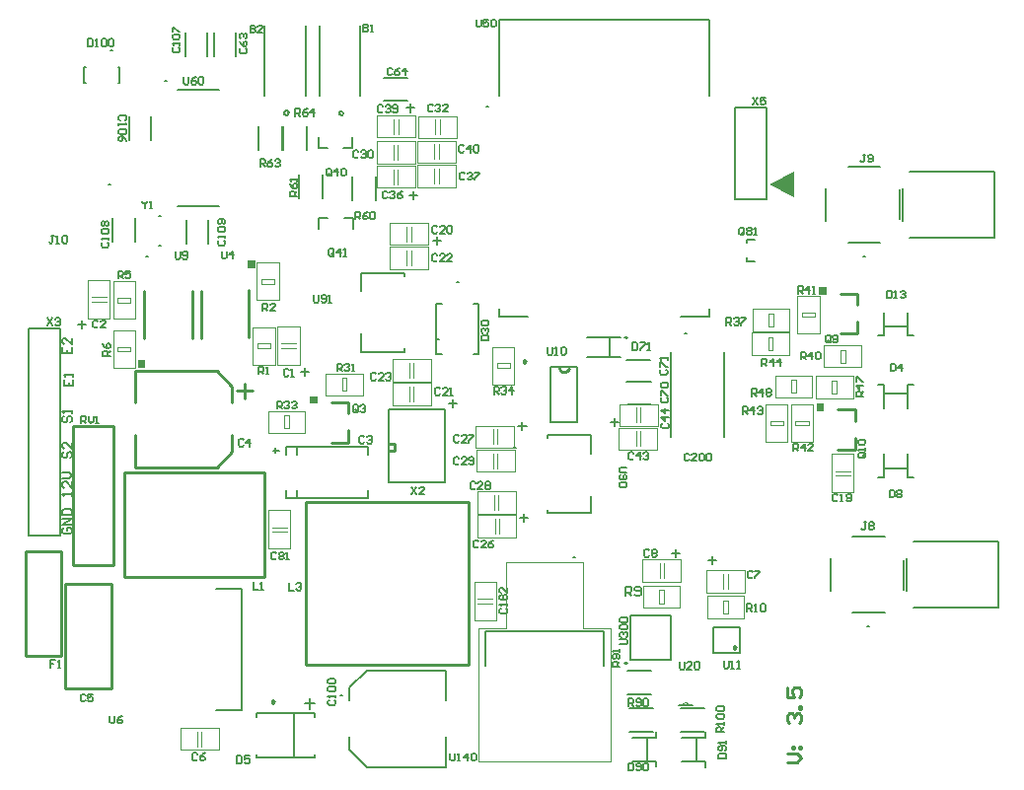
<source format=gto>
G04 Layer_Color=65535*
%FSLAX25Y25*%
%MOIN*%
G70*
G01*
G75*
%ADD101C,0.00787*%
%ADD102C,0.00984*%
%ADD103C,0.01000*%
%ADD104C,0.00000*%
%ADD105C,0.00600*%
%ADD106C,0.00500*%
%ADD107C,0.00394*%
%ADD108C,0.00591*%
%ADD109C,0.00197*%
%ADD110C,0.00598*%
%ADD111C,0.00606*%
G36*
X132224Y321093D02*
X129724D01*
Y323592D01*
X132224D01*
Y321093D01*
D02*
G37*
G36*
X190512Y308983D02*
X188012D01*
Y311484D01*
X190512D01*
Y308983D01*
D02*
G37*
G36*
X361653Y306545D02*
X359153D01*
Y309045D01*
X361653D01*
Y306545D01*
D02*
G37*
G36*
X351476Y378839D02*
X343209Y383169D01*
X351476Y387500D01*
Y378839D01*
D02*
G37*
G36*
X169449Y354754D02*
X166949D01*
Y357254D01*
X169449D01*
Y354754D01*
D02*
G37*
G36*
X362362Y345807D02*
X359862D01*
Y348307D01*
X362362D01*
Y345807D01*
D02*
G37*
D101*
X199016Y210335D02*
X198228D01*
X199016D01*
X199311Y407087D02*
X198767Y407835D01*
X197887Y407549D01*
Y406624D01*
X198767Y406338D01*
X199311Y407087D01*
X180709Y407283D02*
X180165Y408032D01*
X179284Y407746D01*
Y406821D01*
X180165Y406535D01*
X180709Y407283D01*
X238189Y350098D02*
X237402D01*
X238189D01*
X257370Y294153D02*
X256583D01*
X257370D01*
X315256Y332677D02*
X314469D01*
X315256D01*
X231488Y330748D02*
X230701D01*
X231488D01*
X248327Y409213D02*
X247539D01*
X248327D01*
X121266Y428245D02*
X120479D01*
X121266D01*
X277618Y257185D02*
X276831D01*
X277618D01*
X139665Y417933D02*
X138878D01*
X139665D01*
X133169Y358661D02*
X132382D01*
X133169D01*
X120630Y383051D02*
X119843D01*
X120630D01*
X331496Y408898D02*
X342323D01*
X331496Y377894D02*
Y408898D01*
X342323Y377894D02*
Y408898D01*
X331496Y377894D02*
X342323D01*
X92709Y334358D02*
X103535D01*
X92709Y264280D02*
Y334358D01*
X103535Y264280D02*
Y334358D01*
X92709Y264280D02*
X103535D01*
X156102Y205413D02*
X164961D01*
Y246358D01*
X156102D02*
X164961D01*
X214567Y282283D02*
Y307087D01*
X233465D01*
X214567Y282283D02*
X233465D01*
Y307087D01*
X324114Y224803D02*
X333071D01*
Y233268D01*
X324114D02*
X333071D01*
X324114Y224803D02*
Y233268D01*
X269291Y321378D02*
X278248D01*
Y302776D02*
Y321378D01*
X269291Y302776D02*
Y321378D01*
Y302776D02*
X278248D01*
X180020Y277067D02*
X207579D01*
X180020Y294390D02*
X207579D01*
Y277067D02*
Y279823D01*
Y291634D02*
Y294390D01*
X175394Y293209D02*
X177362D01*
X176279Y292224D02*
Y294193D01*
X183563Y277067D02*
Y279823D01*
Y291634D02*
Y294390D01*
X180020Y277067D02*
Y279823D01*
Y291634D02*
Y294390D01*
X169980Y204232D02*
X189665D01*
X169980Y189272D02*
X189665D01*
X169980D02*
Y190453D01*
Y203051D02*
Y204232D01*
X189665Y203051D02*
Y204232D01*
Y189272D02*
Y190453D01*
X182382Y189272D02*
Y204232D01*
X260265Y269151D02*
Y271850D01*
X261614Y270501D02*
X258915D01*
X259674Y299958D02*
Y302658D01*
X261024Y301308D02*
X258325D01*
X236052Y307832D02*
Y310531D01*
X237402Y309182D02*
X234702D01*
X230737Y362557D02*
Y365256D01*
X232087Y363906D02*
X229387D01*
X323987Y257423D02*
Y254724D01*
X322638Y256074D02*
X325337D01*
X311544Y257045D02*
Y259744D01*
X312894Y258395D02*
X310195D01*
X290916Y304175D02*
Y301476D01*
X289567Y302826D02*
X292266D01*
X184703Y319657D02*
X187402D01*
X186052Y318307D02*
Y321006D01*
X109407Y335601D02*
X112106D01*
X110757Y334252D02*
Y336951D01*
X222961Y378108D02*
Y380807D01*
X224311Y379457D02*
X221612D01*
X221780Y407537D02*
Y410236D01*
X223130Y408887D02*
X220431D01*
X187978Y205878D02*
Y209252D01*
X189665Y207565D02*
X186292D01*
D102*
X175886Y208268D02*
X175148Y208694D01*
Y207841D01*
X175886Y208268D01*
X331791Y226575D02*
X331053Y227001D01*
Y226149D01*
X331791Y226575D01*
X294882Y221358D02*
X294094D01*
X294882D01*
X260827Y323248D02*
X260089Y323674D01*
Y322822D01*
X260827Y323248D01*
D103*
X272079Y320895D02*
X272534Y320126D01*
X273309Y319681D01*
X274203Y319673D01*
X274985Y320107D01*
X275453Y320868D01*
X105217Y212697D02*
Y248130D01*
X120965Y212697D02*
Y248130D01*
X105217D02*
X120965D01*
X105217Y212697D02*
X120965D01*
X107776Y254232D02*
Y301476D01*
X121555Y254232D02*
Y301476D01*
X107776D02*
X121555D01*
X107776Y254232D02*
X121555D01*
X131890Y331102D02*
Y347102D01*
X148039Y331150D02*
Y347150D01*
X91929Y259055D02*
X103740D01*
X91929Y223622D02*
X103740D01*
X91929D02*
Y259055D01*
X103740Y223622D02*
Y259055D01*
X214764Y292913D02*
X216535D01*
Y295472D01*
X214665D02*
X216535D01*
X125295Y285728D02*
X172539D01*
X125295Y250295D02*
X172539D01*
Y285728D01*
X125295Y250295D02*
Y285728D01*
X186673Y275650D02*
X241673D01*
X186673Y220650D02*
X241673D01*
Y275650D01*
X186673Y220650D02*
Y275650D01*
X156398Y287402D02*
X161614Y292717D01*
Y298228D01*
X128937Y287402D02*
X156398D01*
X128937D02*
Y298228D01*
Y309252D02*
Y320079D01*
X156398D01*
X161614Y314764D01*
Y309252D02*
Y314764D01*
X151134Y331197D02*
Y347197D01*
X167283Y331244D02*
Y347244D01*
X195177Y309338D02*
X200886D01*
Y305598D02*
Y309338D01*
X195177Y295853D02*
X200886D01*
Y299889D01*
X367028Y346161D02*
X372736D01*
Y342421D02*
Y346161D01*
X367028Y332677D02*
X372736D01*
Y336713D01*
X366318Y306900D02*
X372027D01*
Y303159D02*
Y306900D01*
X366318Y293415D02*
X372027D01*
Y297451D01*
X349214Y187697D02*
X352363D01*
X353937Y189271D01*
X352363Y190845D01*
X349214D01*
X350788Y192420D02*
Y193207D01*
X351576D01*
Y192420D01*
X350788D01*
X353150D02*
Y193207D01*
X353937D01*
Y192420D01*
X353150D01*
X350001Y201078D02*
X349214Y201866D01*
Y203440D01*
X350001Y204227D01*
X350788D01*
X351576Y203440D01*
Y202653D01*
Y203440D01*
X352363Y204227D01*
X353150D01*
X353937Y203440D01*
Y201866D01*
X353150Y201078D01*
X353937Y205801D02*
X353150D01*
Y206588D01*
X353937D01*
Y205801D01*
X349214Y212886D02*
Y209737D01*
X351576D01*
X350788Y211311D01*
Y212098D01*
X351576Y212886D01*
X353150D01*
X353937Y212098D01*
Y210524D01*
X353150Y209737D01*
X165835Y310705D02*
Y315846D01*
X168405Y313276D02*
X163264D01*
D104*
X315964Y206991D02*
X315612Y207839D01*
X314764Y208190D01*
X313915Y207839D01*
X313564Y206991D01*
D105*
X375497Y358878D02*
X374897D01*
X375497D01*
X376914Y233720D02*
X376314D01*
X376914D01*
X387098Y371344D02*
Y381215D01*
X390466Y365051D02*
X419201D01*
Y387508D01*
X390466D02*
X419201D01*
X362295Y370846D02*
Y381714D01*
X369763Y363378D02*
X380631D01*
X388098Y370846D02*
Y381714D01*
X369763Y389181D02*
X380631D01*
X315964Y206991D02*
X317164D01*
X313564D02*
X315964D01*
X312364D02*
X313564D01*
X388516Y246187D02*
Y256057D01*
X391883Y239894D02*
X420618D01*
Y262350D01*
X391883D02*
X420618D01*
X363713Y245688D02*
Y256556D01*
X371180Y238221D02*
X382048D01*
X389516Y245688D02*
Y256556D01*
X371180Y264024D02*
X382048D01*
X335589Y363317D02*
Y364458D01*
X338131D01*
X335589Y357195D02*
Y358238D01*
Y357195D02*
X338131D01*
X252415Y239714D02*
X251998Y239297D01*
Y238464D01*
X252415Y238048D01*
X254081D01*
X254498Y238464D01*
Y239297D01*
X254081Y239714D01*
X254498Y240547D02*
Y241380D01*
Y240963D01*
X251998D01*
X252415Y240547D01*
Y242630D02*
X251998Y243046D01*
Y243879D01*
X252415Y244296D01*
X252832D01*
X253248Y243879D01*
X253665Y244296D01*
X254081D01*
X254498Y243879D01*
Y243046D01*
X254081Y242630D01*
X253665D01*
X253248Y243046D01*
X252832Y242630D01*
X252415D01*
X253248Y243046D02*
Y243879D01*
X254498Y246795D02*
Y245129D01*
X252832Y246795D01*
X252415D01*
X251998Y246378D01*
Y245545D01*
X252415Y245129D01*
X176605Y258313D02*
X176188Y258730D01*
X175355D01*
X174939Y258313D01*
Y256647D01*
X175355Y256231D01*
X176188D01*
X176605Y256647D01*
X177438Y258313D02*
X177854Y258730D01*
X178687D01*
X179104Y258313D01*
Y257897D01*
X178687Y257480D01*
X179104Y257064D01*
Y256647D01*
X178687Y256231D01*
X177854D01*
X177438Y256647D01*
Y257064D01*
X177854Y257480D01*
X177438Y257897D01*
Y258313D01*
X177854Y257480D02*
X178687D01*
X179937Y256231D02*
X180770D01*
X180353D01*
Y258730D01*
X179937Y258313D01*
X375583Y393050D02*
X374750D01*
X375167D01*
Y390968D01*
X374750Y390551D01*
X374334D01*
X373917Y390968D01*
X376416D02*
X376833Y390551D01*
X377666D01*
X378083Y390968D01*
Y392634D01*
X377666Y393050D01*
X376833D01*
X376416Y392634D01*
Y392217D01*
X376833Y391801D01*
X378083D01*
X375879Y268936D02*
X375046D01*
X375462D01*
Y266853D01*
X375046Y266437D01*
X374629D01*
X374213Y266853D01*
X376712Y268520D02*
X377128Y268936D01*
X377961D01*
X378378Y268520D01*
Y268103D01*
X377961Y267687D01*
X378378Y267270D01*
Y266853D01*
X377961Y266437D01*
X377128D01*
X376712Y266853D01*
Y267270D01*
X377128Y267687D01*
X376712Y268103D01*
Y268520D01*
X377128Y267687D02*
X377961D01*
X306677Y320465D02*
X306261Y320049D01*
Y319216D01*
X306677Y318799D01*
X308343D01*
X308760Y319216D01*
Y320049D01*
X308343Y320465D01*
X306261Y321298D02*
Y322965D01*
X306677D01*
X308343Y321298D01*
X308760D01*
Y323798D02*
Y324631D01*
Y324214D01*
X306261D01*
X306677Y323798D01*
X306874Y311017D02*
X306457Y310600D01*
Y309767D01*
X306874Y309350D01*
X308540D01*
X308957Y309767D01*
Y310600D01*
X308540Y311017D01*
X306457Y311850D02*
Y313516D01*
X306874D01*
X308540Y311850D01*
X308957D01*
X306874Y314349D02*
X306457Y314765D01*
Y315598D01*
X306874Y316015D01*
X308540D01*
X308957Y315598D01*
Y314765D01*
X308540Y314349D01*
X306874D01*
X167815Y436750D02*
Y434350D01*
X169015D01*
X169414Y434750D01*
Y435150D01*
X169015Y435550D01*
X167815D01*
X169015D01*
X169414Y435950D01*
Y436350D01*
X169015Y436750D01*
X167815D01*
X171814Y434350D02*
X170214D01*
X171814Y435950D01*
Y436350D01*
X171414Y436750D01*
X170614D01*
X170214Y436350D01*
X206004Y437143D02*
Y434744D01*
X207204D01*
X207603Y435144D01*
Y435544D01*
X207204Y435944D01*
X206004D01*
X207204D01*
X207603Y436344D01*
Y436743D01*
X207204Y437143D01*
X206004D01*
X208403Y434744D02*
X209203D01*
X208803D01*
Y437143D01*
X208403Y436743D01*
X245828Y330315D02*
X248327D01*
Y331565D01*
X247910Y331981D01*
X246244D01*
X245828Y331565D01*
Y330315D01*
X246244Y332814D02*
X245828Y333231D01*
Y334064D01*
X246244Y334480D01*
X246661D01*
X247077Y334064D01*
Y333647D01*
Y334064D01*
X247494Y334480D01*
X247910D01*
X248327Y334064D01*
Y333231D01*
X247910Y332814D01*
X246244Y335313D02*
X245828Y335730D01*
Y336563D01*
X246244Y336980D01*
X247910D01*
X248327Y336563D01*
Y335730D01*
X247910Y335313D01*
X246244D01*
X325946Y189075D02*
X328445D01*
Y190324D01*
X328028Y190741D01*
X326362D01*
X325946Y190324D01*
Y189075D01*
X328028Y191574D02*
X328445Y191990D01*
Y192824D01*
X328028Y193240D01*
X326362D01*
X325946Y192824D01*
Y191990D01*
X326362Y191574D01*
X326779D01*
X327195Y191990D01*
Y193240D01*
X328445Y194073D02*
Y194906D01*
Y194490D01*
X325946D01*
X326362Y194073D01*
X295571Y187539D02*
Y185039D01*
X296820D01*
X297237Y185456D01*
Y187122D01*
X296820Y187539D01*
X295571D01*
X298070Y185456D02*
X298487Y185039D01*
X299320D01*
X299736Y185456D01*
Y187122D01*
X299320Y187539D01*
X298487D01*
X298070Y187122D01*
Y186706D01*
X298487Y186289D01*
X299736D01*
X300569Y187122D02*
X300986Y187539D01*
X301819D01*
X302235Y187122D01*
Y185456D01*
X301819Y185039D01*
X300986D01*
X300569Y185456D01*
Y187122D01*
X235335Y190787D02*
Y188704D01*
X235751Y188287D01*
X236584D01*
X237001Y188704D01*
Y190787D01*
X237834Y188287D02*
X238667D01*
X238250D01*
Y190787D01*
X237834Y190370D01*
X241166Y188287D02*
Y190787D01*
X239916Y189537D01*
X241583D01*
X242416Y190370D02*
X242832Y190787D01*
X243665D01*
X244082Y190370D01*
Y188704D01*
X243665Y188287D01*
X242832D01*
X242416Y188704D01*
Y190370D01*
X189272Y345708D02*
Y343625D01*
X189688Y343209D01*
X190521D01*
X190938Y343625D01*
Y345708D01*
X191771Y343625D02*
X192187Y343209D01*
X193020D01*
X193437Y343625D01*
Y345291D01*
X193020Y345708D01*
X192187D01*
X191771Y345291D01*
Y344875D01*
X192187Y344458D01*
X193437D01*
X194270Y343209D02*
X195103D01*
X194687D01*
Y345708D01*
X194270Y345291D01*
X295019Y287402D02*
X292936D01*
X292520Y286985D01*
Y286152D01*
X292936Y285735D01*
X295019D01*
X292936Y284902D02*
X292520Y284486D01*
Y283653D01*
X292936Y283236D01*
X294602D01*
X295019Y283653D01*
Y284486D01*
X294602Y284902D01*
X294186D01*
X293769Y284486D01*
Y283236D01*
X294602Y282403D02*
X295019Y281987D01*
Y281154D01*
X294602Y280737D01*
X292936D01*
X292520Y281154D01*
Y281987D01*
X292936Y282403D01*
X294602D01*
X145276Y419330D02*
Y417247D01*
X145692Y416831D01*
X146525D01*
X146942Y417247D01*
Y419330D01*
X149441D02*
X148608Y418913D01*
X147775Y418080D01*
Y417247D01*
X148191Y416831D01*
X149024D01*
X149441Y417247D01*
Y417664D01*
X149024Y418080D01*
X147775D01*
X150274Y418913D02*
X150690Y419330D01*
X151524D01*
X151940Y418913D01*
Y417247D01*
X151524Y416831D01*
X150690D01*
X150274Y417247D01*
Y418913D01*
X244094Y438720D02*
Y436637D01*
X244511Y436221D01*
X245344D01*
X245761Y436637D01*
Y438720D01*
X248260D02*
X246594D01*
Y437470D01*
X247427Y437887D01*
X247843D01*
X248260Y437470D01*
Y436637D01*
X247843Y436221D01*
X247010D01*
X246594Y436637D01*
X249093Y438303D02*
X249509Y438720D01*
X250342D01*
X250759Y438303D01*
Y436637D01*
X250342Y436221D01*
X249509D01*
X249093Y436637D01*
Y438303D01*
X312795Y221692D02*
Y219609D01*
X313212Y219193D01*
X314045D01*
X314461Y219609D01*
Y221692D01*
X316961Y219193D02*
X315295D01*
X316961Y220859D01*
Y221276D01*
X316544Y221692D01*
X315711D01*
X315295Y221276D01*
X317794D02*
X318210Y221692D01*
X319043D01*
X319460Y221276D01*
Y219609D01*
X319043Y219193D01*
X318210D01*
X317794Y219609D01*
Y221276D01*
X182972Y406201D02*
Y408700D01*
X184222D01*
X184639Y408283D01*
Y407450D01*
X184222Y407034D01*
X182972D01*
X183806D02*
X184639Y406201D01*
X187138Y408700D02*
X186305Y408283D01*
X185472Y407450D01*
Y406617D01*
X185888Y406201D01*
X186721D01*
X187138Y406617D01*
Y407034D01*
X186721Y407450D01*
X185472D01*
X189220Y406201D02*
Y408700D01*
X187971Y407450D01*
X189637D01*
X171063Y389075D02*
Y391574D01*
X172313D01*
X172729Y391158D01*
Y390324D01*
X172313Y389908D01*
X171063D01*
X171896D02*
X172729Y389075D01*
X175228Y391574D02*
X174395Y391158D01*
X173562Y390324D01*
Y389491D01*
X173979Y389075D01*
X174812D01*
X175228Y389491D01*
Y389908D01*
X174812Y390324D01*
X173562D01*
X176061Y391158D02*
X176478Y391574D01*
X177311D01*
X177727Y391158D01*
Y390741D01*
X177311Y390324D01*
X176894D01*
X177311D01*
X177727Y389908D01*
Y389491D01*
X177311Y389075D01*
X176478D01*
X176061Y389491D01*
X183563Y379134D02*
X181064D01*
Y380383D01*
X181480Y380800D01*
X182313D01*
X182730Y380383D01*
Y379134D01*
Y379967D02*
X183563Y380800D01*
X181064Y383299D02*
X181480Y382466D01*
X182313Y381633D01*
X183147D01*
X183563Y382050D01*
Y382883D01*
X183147Y383299D01*
X182730D01*
X182313Y382883D01*
Y381633D01*
X183563Y384132D02*
Y384965D01*
Y384549D01*
X181064D01*
X181480Y384132D01*
X203248Y371260D02*
Y373759D01*
X204498D01*
X204914Y373342D01*
Y372509D01*
X204498Y372093D01*
X203248D01*
X204081D02*
X204914Y371260D01*
X207413Y373759D02*
X206580Y373342D01*
X205747Y372509D01*
Y371676D01*
X206164Y371260D01*
X206997D01*
X207413Y371676D01*
Y372093D01*
X206997Y372509D01*
X205747D01*
X208246Y373342D02*
X208663Y373759D01*
X209496D01*
X209912Y373342D01*
Y371676D01*
X209496Y371260D01*
X208663D01*
X208246Y371676D01*
Y373342D01*
X195958Y359275D02*
Y360941D01*
X195541Y361357D01*
X194708D01*
X194291Y360941D01*
Y359275D01*
X194708Y358858D01*
X195541D01*
X195124Y359691D02*
X195958Y358858D01*
X195541D02*
X195958Y359275D01*
X198040Y358858D02*
Y361357D01*
X196791Y360108D01*
X198457D01*
X199290Y358858D02*
X200123D01*
X199706D01*
Y361357D01*
X199290Y360941D01*
X195072Y386440D02*
Y388106D01*
X194655Y388523D01*
X193822D01*
X193405Y388106D01*
Y386440D01*
X193822Y386024D01*
X194655D01*
X194239Y386857D02*
X195072Y386024D01*
X194655D02*
X195072Y386440D01*
X197154Y386024D02*
Y388523D01*
X195905Y387273D01*
X197571D01*
X198404Y388106D02*
X198820Y388523D01*
X199653D01*
X200070Y388106D01*
Y386440D01*
X199653Y386024D01*
X198820D01*
X198404Y386440D01*
Y388106D01*
X112932Y432221D02*
Y429721D01*
X114181D01*
X114598Y430138D01*
Y431804D01*
X114181Y432221D01*
X112932D01*
X115431Y429721D02*
X116264D01*
X115847D01*
Y432221D01*
X115431Y431804D01*
X117514D02*
X117930Y432221D01*
X118763D01*
X119180Y431804D01*
Y430138D01*
X118763Y429721D01*
X117930D01*
X117514Y430138D01*
Y431804D01*
X120013D02*
X120429Y432221D01*
X121262D01*
X121679Y431804D01*
Y430138D01*
X121262Y429721D01*
X120429D01*
X120013Y430138D01*
Y431804D01*
X296949Y329566D02*
Y327067D01*
X298198D01*
X298615Y327484D01*
Y329150D01*
X298198Y329566D01*
X296949D01*
X299448D02*
X301114D01*
Y329150D01*
X299448Y327484D01*
Y327067D01*
X301947D02*
X302780D01*
X302364D01*
Y329566D01*
X301947Y329150D01*
X316036Y291748D02*
X315620Y292164D01*
X314787D01*
X314370Y291748D01*
Y290082D01*
X314787Y289665D01*
X315620D01*
X316036Y290082D01*
X318535Y289665D02*
X316869D01*
X318535Y291332D01*
Y291748D01*
X318119Y292164D01*
X317286D01*
X316869Y291748D01*
X319369D02*
X319785Y292164D01*
X320618D01*
X321035Y291748D01*
Y290082D01*
X320618Y289665D01*
X319785D01*
X319369Y290082D01*
Y291748D01*
X321868D02*
X322284Y292164D01*
X323117D01*
X323534Y291748D01*
Y290082D01*
X323117Y289665D01*
X322284D01*
X321868Y290082D01*
Y291748D01*
X157268Y364166D02*
X156851Y363750D01*
Y362916D01*
X157268Y362500D01*
X158934D01*
X159350Y362916D01*
Y363750D01*
X158934Y364166D01*
X159350Y364999D02*
Y365832D01*
Y365416D01*
X156851D01*
X157268Y364999D01*
Y367082D02*
X156851Y367498D01*
Y368331D01*
X157268Y368748D01*
X158934D01*
X159350Y368331D01*
Y367498D01*
X158934Y367082D01*
X157268D01*
X158934Y369581D02*
X159350Y369998D01*
Y370831D01*
X158934Y371247D01*
X157268D01*
X156851Y370831D01*
Y369998D01*
X157268Y369581D01*
X157684D01*
X158101Y369998D01*
Y371247D01*
X117799Y363477D02*
X117383Y363061D01*
Y362228D01*
X117799Y361811D01*
X119465D01*
X119882Y362228D01*
Y363061D01*
X119465Y363477D01*
X119882Y364310D02*
Y365143D01*
Y364727D01*
X117383D01*
X117799Y364310D01*
Y366393D02*
X117383Y366809D01*
Y367642D01*
X117799Y368059D01*
X119465D01*
X119882Y367642D01*
Y366809D01*
X119465Y366393D01*
X117799D01*
Y368892D02*
X117383Y369309D01*
Y370142D01*
X117799Y370558D01*
X118216D01*
X118632Y370142D01*
X119049Y370558D01*
X119465D01*
X119882Y370142D01*
Y369309D01*
X119465Y368892D01*
X119049D01*
X118632Y369309D01*
X118216Y368892D01*
X117799D01*
X118632Y369309D02*
Y370142D01*
X141898Y429355D02*
X141498Y428956D01*
Y428156D01*
X141898Y427756D01*
X143498D01*
X143898Y428156D01*
Y428956D01*
X143498Y429355D01*
X143898Y430155D02*
Y430955D01*
Y430555D01*
X141498D01*
X141898Y430155D01*
Y432155D02*
X141498Y432554D01*
Y433354D01*
X141898Y433754D01*
X143498D01*
X143898Y433354D01*
Y432554D01*
X143498Y432155D01*
X141898D01*
X141498Y434554D02*
Y436153D01*
X141898D01*
X143498Y434554D01*
X143898D01*
X125409Y404633D02*
X125826Y405050D01*
Y405883D01*
X125409Y406299D01*
X123743D01*
X123327Y405883D01*
Y405050D01*
X123743Y404633D01*
X123327Y403800D02*
Y402967D01*
Y403383D01*
X125826D01*
X125409Y403800D01*
Y401717D02*
X125826Y401301D01*
Y400468D01*
X125409Y400051D01*
X123743D01*
X123327Y400468D01*
Y401301D01*
X123743Y401717D01*
X125409D01*
X125826Y397552D02*
X125409Y398385D01*
X124576Y399218D01*
X123743D01*
X123327Y398802D01*
Y397969D01*
X123743Y397552D01*
X124160D01*
X124576Y397969D01*
Y399218D01*
X194374Y208851D02*
X193957Y208435D01*
Y207602D01*
X194374Y207185D01*
X196040D01*
X196457Y207602D01*
Y208435D01*
X196040Y208851D01*
X196457Y209684D02*
Y210517D01*
Y210101D01*
X193957D01*
X194374Y209684D01*
Y211767D02*
X193957Y212183D01*
Y213017D01*
X194374Y213433D01*
X196040D01*
X196457Y213017D01*
Y212183D01*
X196040Y211767D01*
X194374D01*
Y214266D02*
X193957Y214683D01*
Y215516D01*
X194374Y215932D01*
X196040D01*
X196457Y215516D01*
Y214683D01*
X196040Y214266D01*
X194374D01*
X215741Y422063D02*
X215324Y422479D01*
X214491D01*
X214075Y422063D01*
Y420397D01*
X214491Y419980D01*
X215324D01*
X215741Y420397D01*
X218240Y422479D02*
X217407Y422063D01*
X216574Y421230D01*
Y420397D01*
X216990Y419980D01*
X217824D01*
X218240Y420397D01*
Y420813D01*
X217824Y421230D01*
X216574D01*
X220323Y419980D02*
Y422479D01*
X219073Y421230D01*
X220739D01*
X164551Y429028D02*
X164135Y428612D01*
Y427779D01*
X164551Y427362D01*
X166217D01*
X166634Y427779D01*
Y428612D01*
X166217Y429028D01*
X164135Y431528D02*
X164551Y430694D01*
X165384Y429861D01*
X166217D01*
X166634Y430278D01*
Y431111D01*
X166217Y431528D01*
X165801D01*
X165384Y431111D01*
Y429861D01*
X164551Y432361D02*
X164135Y432777D01*
Y433610D01*
X164551Y434027D01*
X164968D01*
X165384Y433610D01*
Y433194D01*
Y433610D01*
X165801Y434027D01*
X166217D01*
X166634Y433610D01*
Y432777D01*
X166217Y432361D01*
X99311Y337932D02*
X100977Y335433D01*
Y337932D02*
X99311Y335433D01*
X101810Y337516D02*
X102227Y337932D01*
X103060D01*
X103476Y337516D01*
Y337099D01*
X103060Y336683D01*
X102643D01*
X103060D01*
X103476Y336266D01*
Y335850D01*
X103060Y335433D01*
X102227D01*
X101810Y335850D01*
X222342Y280747D02*
X224009Y278248D01*
Y280747D02*
X222342Y278248D01*
X226508D02*
X224842D01*
X226508Y279914D01*
Y280331D01*
X226091Y280747D01*
X225258D01*
X224842Y280331D01*
X328642Y335531D02*
Y338031D01*
X329891D01*
X330308Y337614D01*
Y336781D01*
X329891Y336365D01*
X328642D01*
X329475D02*
X330308Y335531D01*
X331141Y337614D02*
X331557Y338031D01*
X332390D01*
X332807Y337614D01*
Y337198D01*
X332390Y336781D01*
X331974D01*
X332390D01*
X332807Y336365D01*
Y335948D01*
X332390Y335531D01*
X331557D01*
X331141Y335948D01*
X333640Y338031D02*
X335306D01*
Y337614D01*
X333640Y335948D01*
Y335531D01*
X340650Y321654D02*
Y324153D01*
X341899D01*
X342316Y323736D01*
Y322903D01*
X341899Y322487D01*
X340650D01*
X341483D02*
X342316Y321654D01*
X344398D02*
Y324153D01*
X343149Y322903D01*
X344815D01*
X346898Y321654D02*
Y324153D01*
X345648Y322903D01*
X347314D01*
X230997Y368618D02*
X230580Y369035D01*
X229747D01*
X229331Y368618D01*
Y366952D01*
X229747Y366535D01*
X230580D01*
X230997Y366952D01*
X233496Y366535D02*
X231830D01*
X233496Y368202D01*
Y368618D01*
X233080Y369035D01*
X232246D01*
X231830Y368618D01*
X234329D02*
X234746Y369035D01*
X235579D01*
X235995Y368618D01*
Y366952D01*
X235579Y366535D01*
X234746D01*
X234329Y366952D01*
Y368618D01*
X231883Y313950D02*
X231466Y314367D01*
X230633D01*
X230217Y313950D01*
Y312284D01*
X230633Y311868D01*
X231466D01*
X231883Y312284D01*
X234382Y311868D02*
X232716D01*
X234382Y313534D01*
Y313950D01*
X233965Y314367D01*
X233132D01*
X232716Y313950D01*
X235215Y311868D02*
X236048D01*
X235631D01*
Y314367D01*
X235215Y313950D01*
X244875Y262417D02*
X244458Y262834D01*
X243625D01*
X243209Y262417D01*
Y260751D01*
X243625Y260335D01*
X244458D01*
X244875Y260751D01*
X247374Y260335D02*
X245708D01*
X247374Y262001D01*
Y262417D01*
X246957Y262834D01*
X246124D01*
X245708Y262417D01*
X249873Y262834D02*
X249040Y262417D01*
X248207Y261584D01*
Y260751D01*
X248624Y260335D01*
X249457D01*
X249873Y260751D01*
Y261168D01*
X249457Y261584D01*
X248207D01*
X238280Y297949D02*
X237864Y298365D01*
X237031D01*
X236614Y297949D01*
Y296283D01*
X237031Y295866D01*
X237864D01*
X238280Y296283D01*
X240779Y295866D02*
X239113D01*
X240779Y297532D01*
Y297949D01*
X240363Y298365D01*
X239530D01*
X239113Y297949D01*
X241613Y298365D02*
X243279D01*
Y297949D01*
X241613Y296283D01*
Y295866D01*
X230997Y359169D02*
X230580Y359586D01*
X229747D01*
X229331Y359169D01*
Y357503D01*
X229747Y357087D01*
X230580D01*
X230997Y357503D01*
X233496Y357087D02*
X231830D01*
X233496Y358753D01*
Y359169D01*
X233080Y359586D01*
X232246D01*
X231830Y359169D01*
X235995Y357087D02*
X234329D01*
X235995Y358753D01*
Y359169D01*
X235579Y359586D01*
X234746D01*
X234329Y359169D01*
X210229Y318913D02*
X209813Y319330D01*
X208980D01*
X208563Y318913D01*
Y317247D01*
X208980Y316831D01*
X209813D01*
X210229Y317247D01*
X212728Y316831D02*
X211062D01*
X212728Y318497D01*
Y318913D01*
X212312Y319330D01*
X211479D01*
X211062Y318913D01*
X213561D02*
X213978Y319330D01*
X214811D01*
X215228Y318913D01*
Y318497D01*
X214811Y318080D01*
X214394D01*
X214811D01*
X215228Y317664D01*
Y317247D01*
X214811Y316831D01*
X213978D01*
X213561Y317247D01*
X238280Y290469D02*
X237864Y290885D01*
X237031D01*
X236614Y290469D01*
Y288802D01*
X237031Y288386D01*
X237864D01*
X238280Y288802D01*
X240779Y288386D02*
X239113D01*
X240779Y290052D01*
Y290469D01*
X240363Y290885D01*
X239530D01*
X239113Y290469D01*
X241613Y288802D02*
X242029Y288386D01*
X242862D01*
X243279Y288802D01*
Y290469D01*
X242862Y290885D01*
X242029D01*
X241613Y290469D01*
Y290052D01*
X242029Y289635D01*
X243279D01*
X243792Y282201D02*
X243376Y282617D01*
X242543D01*
X242126Y282201D01*
Y280535D01*
X242543Y280118D01*
X243376D01*
X243792Y280535D01*
X246291Y280118D02*
X244625D01*
X246291Y281784D01*
Y282201D01*
X245875Y282617D01*
X245042D01*
X244625Y282201D01*
X247124D02*
X247541Y282617D01*
X248374D01*
X248791Y282201D01*
Y281784D01*
X248374Y281368D01*
X248791Y280951D01*
Y280535D01*
X248374Y280118D01*
X247541D01*
X247124Y280535D01*
Y280951D01*
X247541Y281368D01*
X247124Y281784D01*
Y282201D01*
X247541Y281368D02*
X248374D01*
X101863Y222283D02*
X100197D01*
Y221033D01*
X101030D01*
X100197D01*
Y219783D01*
X102696D02*
X103529D01*
X103113D01*
Y222283D01*
X102696Y221866D01*
X168701Y248562D02*
Y246063D01*
X170367D01*
X171200D02*
X172033D01*
X171616D01*
Y248562D01*
X171200Y248146D01*
X337598Y412440D02*
X339265Y409941D01*
Y412440D02*
X337598Y409941D01*
X341764Y412440D02*
X340098D01*
Y411191D01*
X340931Y411607D01*
X341347D01*
X341764Y411191D01*
Y410358D01*
X341347Y409941D01*
X340514D01*
X340098Y410358D01*
X327756Y221987D02*
Y219905D01*
X328172Y219488D01*
X329006D01*
X329422Y219905D01*
Y221987D01*
X330255Y219488D02*
X331088D01*
X330672D01*
Y221987D01*
X330255Y221571D01*
X332338Y219488D02*
X333171D01*
X332754D01*
Y221987D01*
X332338Y221571D01*
X292678Y227559D02*
X294761D01*
X295177Y227976D01*
Y228809D01*
X294761Y229225D01*
X292678D01*
X293094Y230058D02*
X292678Y230475D01*
Y231308D01*
X293094Y231724D01*
X293511D01*
X293928Y231308D01*
Y230891D01*
Y231308D01*
X294344Y231724D01*
X294761D01*
X295177Y231308D01*
Y230475D01*
X294761Y230058D01*
X293094Y232557D02*
X292678Y232974D01*
Y233807D01*
X293094Y234224D01*
X294761D01*
X295177Y233807D01*
Y232974D01*
X294761Y232557D01*
X293094D01*
Y235057D02*
X292678Y235473D01*
Y236306D01*
X293094Y236723D01*
X294761D01*
X295177Y236306D01*
Y235473D01*
X294761Y235057D01*
X293094D01*
X335531Y238779D02*
Y241279D01*
X336781D01*
X337198Y240862D01*
Y240029D01*
X336781Y239613D01*
X335531D01*
X336365D02*
X337198Y238779D01*
X338031D02*
X338864D01*
X338447D01*
Y241279D01*
X338031Y240862D01*
X340113D02*
X340530Y241279D01*
X341363D01*
X341779Y240862D01*
Y239196D01*
X341363Y238779D01*
X340530D01*
X340113Y239196D01*
Y240862D01*
X302552Y259268D02*
X302135Y259684D01*
X301302D01*
X300886Y259268D01*
Y257602D01*
X301302Y257185D01*
X302135D01*
X302552Y257602D01*
X303385Y259268D02*
X303801Y259684D01*
X304635D01*
X305051Y259268D01*
Y258851D01*
X304635Y258435D01*
X305051Y258018D01*
Y257602D01*
X304635Y257185D01*
X303801D01*
X303385Y257602D01*
Y258018D01*
X303801Y258435D01*
X303385Y258851D01*
Y259268D01*
X303801Y258435D02*
X304635D01*
X337493Y252083D02*
X337076Y252499D01*
X336243D01*
X335827Y252083D01*
Y250416D01*
X336243Y250000D01*
X337076D01*
X337493Y250416D01*
X338326Y252499D02*
X339992D01*
Y252083D01*
X338326Y250416D01*
Y250000D01*
X120309Y203385D02*
Y201303D01*
X120726Y200886D01*
X121559D01*
X121975Y201303D01*
Y203385D01*
X124475D02*
X123642Y202969D01*
X122808Y202136D01*
Y201303D01*
X123225Y200886D01*
X124058D01*
X124475Y201303D01*
Y201719D01*
X124058Y202136D01*
X122808D01*
X180807Y248365D02*
Y245866D01*
X182473D01*
X183306Y247949D02*
X183723Y248365D01*
X184556D01*
X184972Y247949D01*
Y247532D01*
X184556Y247116D01*
X184139D01*
X184556D01*
X184972Y246699D01*
Y246283D01*
X184556Y245866D01*
X183723D01*
X183306Y246283D01*
X250098Y312205D02*
Y314704D01*
X251348D01*
X251765Y314287D01*
Y313454D01*
X251348Y313038D01*
X250098D01*
X250932D02*
X251765Y312205D01*
X252598Y314287D02*
X253014Y314704D01*
X253847D01*
X254264Y314287D01*
Y313871D01*
X253847Y313454D01*
X253431D01*
X253847D01*
X254264Y313038D01*
Y312621D01*
X253847Y312205D01*
X253014D01*
X252598Y312621D01*
X256346Y312205D02*
Y314704D01*
X255097Y313454D01*
X256763D01*
X297335Y292142D02*
X296919Y292558D01*
X296086D01*
X295669Y292142D01*
Y290476D01*
X296086Y290059D01*
X296919D01*
X297335Y290476D01*
X299418Y290059D02*
Y292558D01*
X298168Y291309D01*
X299835D01*
X300668Y292142D02*
X301084Y292558D01*
X301917D01*
X302334Y292142D01*
Y291725D01*
X301917Y291309D01*
X301501D01*
X301917D01*
X302334Y290892D01*
Y290476D01*
X301917Y290059D01*
X301084D01*
X300668Y290476D01*
X307071Y302257D02*
X306654Y301840D01*
Y301007D01*
X307071Y300590D01*
X308737D01*
X309154Y301007D01*
Y301840D01*
X308737Y302257D01*
X309154Y304339D02*
X306654D01*
X307904Y303090D01*
Y304756D01*
X309154Y306838D02*
X306654D01*
X307904Y305589D01*
Y307255D01*
X268110Y327991D02*
Y325909D01*
X268527Y325492D01*
X269360D01*
X269776Y325909D01*
Y327991D01*
X270609Y325492D02*
X271443D01*
X271026D01*
Y327991D01*
X270609Y327575D01*
X272692D02*
X273109Y327991D01*
X273942D01*
X274358Y327575D01*
Y325909D01*
X273942Y325492D01*
X273109D01*
X272692Y325909D01*
Y327575D01*
X383760Y279763D02*
Y277264D01*
X385009D01*
X385426Y277680D01*
Y279346D01*
X385009Y279763D01*
X383760D01*
X386259Y279346D02*
X386676Y279763D01*
X387509D01*
X387925Y279346D01*
Y278930D01*
X387509Y278513D01*
X387925Y278097D01*
Y277680D01*
X387509Y277264D01*
X386676D01*
X386259Y277680D01*
Y278097D01*
X386676Y278513D01*
X386259Y278930D01*
Y279346D01*
X386676Y278513D02*
X387509D01*
X171949Y340354D02*
Y342853D01*
X173198D01*
X173615Y342437D01*
Y341604D01*
X173198Y341187D01*
X171949D01*
X172782D02*
X173615Y340354D01*
X176114D02*
X174448D01*
X176114Y342021D01*
Y342437D01*
X175698Y342853D01*
X174864D01*
X174448Y342437D01*
X170571Y318898D02*
Y321397D01*
X171820D01*
X172237Y320980D01*
Y320147D01*
X171820Y319731D01*
X170571D01*
X171404D02*
X172237Y318898D01*
X173070D02*
X173903D01*
X173487D01*
Y321397D01*
X173070Y320980D01*
X120374Y325098D02*
X117875D01*
Y326348D01*
X118291Y326765D01*
X119124D01*
X119541Y326348D01*
Y325098D01*
Y325932D02*
X120374Y326765D01*
X117875Y329264D02*
X118291Y328431D01*
X119124Y327598D01*
X119957D01*
X120374Y328014D01*
Y328847D01*
X119957Y329264D01*
X119541D01*
X119124Y328847D01*
Y327598D01*
X176772Y307283D02*
Y309783D01*
X178021D01*
X178438Y309366D01*
Y308533D01*
X178021Y308117D01*
X176772D01*
X177605D02*
X178438Y307283D01*
X179271Y309366D02*
X179687Y309783D01*
X180520D01*
X180937Y309366D01*
Y308950D01*
X180520Y308533D01*
X180104D01*
X180520D01*
X180937Y308117D01*
Y307700D01*
X180520Y307283D01*
X179687D01*
X179271Y307700D01*
X181770Y309366D02*
X182187Y309783D01*
X183020D01*
X183436Y309366D01*
Y308950D01*
X183020Y308533D01*
X182603D01*
X183020D01*
X183436Y308117D01*
Y307700D01*
X183020Y307283D01*
X182187D01*
X181770Y307700D01*
X197047Y319980D02*
Y322480D01*
X198297D01*
X198713Y322063D01*
Y321230D01*
X198297Y320813D01*
X197047D01*
X197880D02*
X198713Y319980D01*
X199546Y322063D02*
X199963Y322480D01*
X200796D01*
X201213Y322063D01*
Y321646D01*
X200796Y321230D01*
X200379D01*
X200796D01*
X201213Y320813D01*
Y320397D01*
X200796Y319980D01*
X199963D01*
X199546Y320397D01*
X202046Y319980D02*
X202879D01*
X202462D01*
Y322480D01*
X202046Y322063D01*
X366233Y277969D02*
X365816Y278385D01*
X364984D01*
X364567Y277969D01*
Y276302D01*
X364984Y275886D01*
X365816D01*
X366233Y276302D01*
X367066Y275886D02*
X367899D01*
X367483D01*
Y278385D01*
X367066Y277969D01*
X369149Y276302D02*
X369565Y275886D01*
X370398D01*
X370815Y276302D01*
Y277969D01*
X370398Y278385D01*
X369565D01*
X369149Y277969D01*
Y277552D01*
X369565Y277135D01*
X370815D01*
X165446Y296571D02*
X165029Y296987D01*
X164196D01*
X163779Y296571D01*
Y294905D01*
X164196Y294488D01*
X165029D01*
X165446Y294905D01*
X167528Y294488D02*
Y296987D01*
X166279Y295738D01*
X167945D01*
X149894Y190469D02*
X149478Y190885D01*
X148645D01*
X148228Y190469D01*
Y188802D01*
X148645Y188386D01*
X149478D01*
X149894Y188802D01*
X152394Y190885D02*
X151561Y190469D01*
X150727Y189635D01*
Y188802D01*
X151144Y188386D01*
X151977D01*
X152394Y188802D01*
Y189219D01*
X151977Y189635D01*
X150727D01*
X206292Y297555D02*
X205876Y297972D01*
X205043D01*
X204626Y297555D01*
Y295889D01*
X205043Y295472D01*
X205876D01*
X206292Y295889D01*
X207125Y297555D02*
X207542Y297972D01*
X208375D01*
X208791Y297555D01*
Y297139D01*
X208375Y296722D01*
X207958D01*
X208375D01*
X208791Y296305D01*
Y295889D01*
X208375Y295472D01*
X207542D01*
X207125Y295889D01*
X180749Y320290D02*
X180332Y320706D01*
X179499D01*
X179083Y320290D01*
Y318624D01*
X179499Y318207D01*
X180332D01*
X180749Y318624D01*
X181582Y318207D02*
X182415D01*
X181998D01*
Y320706D01*
X181582Y320290D01*
X116332Y336630D02*
X115915Y337046D01*
X115082D01*
X114665Y336630D01*
Y334964D01*
X115082Y334547D01*
X115915D01*
X116332Y334964D01*
X118831Y334547D02*
X117165D01*
X118831Y336213D01*
Y336630D01*
X118414Y337046D01*
X117581D01*
X117165Y336630D01*
X229521Y409661D02*
X229104Y410078D01*
X228271D01*
X227854Y409661D01*
Y407995D01*
X228271Y407579D01*
X229104D01*
X229521Y407995D01*
X230353Y409661D02*
X230770Y410078D01*
X231603D01*
X232020Y409661D01*
Y409245D01*
X231603Y408828D01*
X231187D01*
X231603D01*
X232020Y408412D01*
Y407995D01*
X231603Y407579D01*
X230770D01*
X230353Y407995D01*
X234519Y407579D02*
X232853D01*
X234519Y409245D01*
Y409661D01*
X234102Y410078D01*
X233269D01*
X232853Y409661D01*
X240249Y386630D02*
X239832Y387046D01*
X238999D01*
X238583Y386630D01*
Y384964D01*
X238999Y384547D01*
X239832D01*
X240249Y384964D01*
X241082Y386630D02*
X241498Y387046D01*
X242332D01*
X242748Y386630D01*
Y386213D01*
X242332Y385797D01*
X241915D01*
X242332D01*
X242748Y385380D01*
Y384964D01*
X242332Y384547D01*
X241498D01*
X241082Y384964D01*
X243581Y387046D02*
X245247D01*
Y386630D01*
X243581Y384964D01*
Y384547D01*
X239953Y395882D02*
X239537Y396298D01*
X238704D01*
X238287Y395882D01*
Y394216D01*
X238704Y393799D01*
X239537D01*
X239953Y394216D01*
X242036Y393799D02*
Y396298D01*
X240787Y395049D01*
X242453D01*
X243286Y395882D02*
X243702Y396298D01*
X244535D01*
X244952Y395882D01*
Y394216D01*
X244535Y393799D01*
X243702D01*
X243286Y394216D01*
Y395882D01*
X204324Y394209D02*
X203907Y394625D01*
X203074D01*
X202658Y394209D01*
Y392543D01*
X203074Y392126D01*
X203907D01*
X204324Y392543D01*
X205157Y394209D02*
X205573Y394625D01*
X206406D01*
X206823Y394209D01*
Y393792D01*
X206406Y393376D01*
X205990D01*
X206406D01*
X206823Y392959D01*
Y392543D01*
X206406Y392126D01*
X205573D01*
X205157Y392543D01*
X207656Y394209D02*
X208072Y394625D01*
X208906D01*
X209322Y394209D01*
Y392543D01*
X208906Y392126D01*
X208072D01*
X207656Y392543D01*
Y394209D01*
X214068Y380429D02*
X213651Y380846D01*
X212818D01*
X212402Y380429D01*
Y378763D01*
X212818Y378346D01*
X213651D01*
X214068Y378763D01*
X214901Y380429D02*
X215317Y380846D01*
X216150D01*
X216567Y380429D01*
Y380013D01*
X216150Y379596D01*
X215734D01*
X216150D01*
X216567Y379180D01*
Y378763D01*
X216150Y378346D01*
X215317D01*
X214901Y378763D01*
X219066Y380846D02*
X218233Y380429D01*
X217400Y379596D01*
Y378763D01*
X217816Y378346D01*
X218650D01*
X219066Y378763D01*
Y379180D01*
X218650Y379596D01*
X217400D01*
X212591Y409465D02*
X212175Y409881D01*
X211342D01*
X210925Y409465D01*
Y407798D01*
X211342Y407382D01*
X212175D01*
X212591Y407798D01*
X213424Y409465D02*
X213841Y409881D01*
X214674D01*
X215090Y409465D01*
Y409048D01*
X214674Y408632D01*
X214258D01*
X214674D01*
X215090Y408215D01*
Y407798D01*
X214674Y407382D01*
X213841D01*
X213424Y407798D01*
X215924D02*
X216340Y407382D01*
X217173D01*
X217590Y407798D01*
Y409465D01*
X217173Y409881D01*
X216340D01*
X215924Y409465D01*
Y409048D01*
X216340Y408632D01*
X217590D01*
X158071Y360472D02*
Y358389D01*
X158487Y357972D01*
X159320D01*
X159737Y358389D01*
Y360472D01*
X161820Y357972D02*
Y360472D01*
X160570Y359222D01*
X162236D01*
X142421Y360373D02*
Y358291D01*
X142838Y357874D01*
X143671D01*
X144087Y358291D01*
Y360373D01*
X144921Y358291D02*
X145337Y357874D01*
X146170D01*
X146587Y358291D01*
Y359957D01*
X146170Y360373D01*
X145337D01*
X144921Y359957D01*
Y359540D01*
X145337Y359124D01*
X146587D01*
X204127Y306519D02*
Y308185D01*
X203710Y308601D01*
X202877D01*
X202461Y308185D01*
Y306519D01*
X202877Y306102D01*
X203710D01*
X203294Y306935D02*
X204127Y306102D01*
X203710D02*
X204127Y306519D01*
X204960Y308185D02*
X205376Y308601D01*
X206209D01*
X206626Y308185D01*
Y307769D01*
X206209Y307352D01*
X205793D01*
X206209D01*
X206626Y306935D01*
Y306519D01*
X206209Y306102D01*
X205376D01*
X204960Y306519D01*
X384055Y322381D02*
Y319882D01*
X385305D01*
X385721Y320298D01*
Y321965D01*
X385305Y322381D01*
X384055D01*
X387804Y319882D02*
Y322381D01*
X386554Y321131D01*
X388221D01*
X363772Y330043D02*
Y331709D01*
X363356Y332125D01*
X362523D01*
X362106Y331709D01*
Y330043D01*
X362523Y329626D01*
X363356D01*
X362939Y330459D02*
X363772Y329626D01*
X363356D02*
X363772Y330043D01*
X364605D02*
X365022Y329626D01*
X365855D01*
X366272Y330043D01*
Y331709D01*
X365855Y332125D01*
X365022D01*
X364605Y331709D01*
Y331292D01*
X365022Y330876D01*
X366272D01*
X375272Y292217D02*
X373606D01*
X373190Y291801D01*
Y290968D01*
X373606Y290551D01*
X375272D01*
X375689Y290968D01*
Y291801D01*
X374856Y291384D02*
X375689Y292217D01*
Y291801D02*
X375272Y292217D01*
X375689Y293050D02*
Y293883D01*
Y293467D01*
X373190D01*
X373606Y293050D01*
Y295133D02*
X373190Y295550D01*
Y296383D01*
X373606Y296799D01*
X375272D01*
X375689Y296383D01*
Y295550D01*
X375272Y295133D01*
X373606D01*
X353740Y323917D02*
Y326416D01*
X354990D01*
X355406Y326000D01*
Y325167D01*
X354990Y324750D01*
X353740D01*
X354573D02*
X355406Y323917D01*
X357489D02*
Y326416D01*
X356239Y325167D01*
X357906D01*
X358738Y326000D02*
X359155Y326416D01*
X359988D01*
X360405Y326000D01*
Y324334D01*
X359988Y323917D01*
X359155D01*
X358738Y324334D01*
Y326000D01*
X352854Y346161D02*
Y348661D01*
X354104D01*
X354521Y348244D01*
Y347411D01*
X354104Y346994D01*
X352854D01*
X353687D02*
X354521Y346161D01*
X356603D02*
Y348661D01*
X355353Y347411D01*
X357020D01*
X357853Y346161D02*
X358686D01*
X358269D01*
Y348661D01*
X357853Y348244D01*
X351279Y292913D02*
Y295413D01*
X352529D01*
X352946Y294996D01*
Y294163D01*
X352529Y293746D01*
X351279D01*
X352113D02*
X352946Y292913D01*
X355028D02*
Y295413D01*
X353779Y294163D01*
X355445D01*
X357944Y292913D02*
X356278D01*
X357944Y294580D01*
Y294996D01*
X357527Y295413D01*
X356694D01*
X356278Y294996D01*
X334154Y305413D02*
Y307913D01*
X335403D01*
X335820Y307496D01*
Y306663D01*
X335403Y306246D01*
X334154D01*
X334987D02*
X335820Y305413D01*
X337902D02*
Y307913D01*
X336653Y306663D01*
X338319D01*
X339152Y307496D02*
X339568Y307913D01*
X340402D01*
X340818Y307496D01*
Y307080D01*
X340402Y306663D01*
X339985D01*
X340402D01*
X340818Y306246D01*
Y305830D01*
X340402Y305413D01*
X339568D01*
X339152Y305830D01*
X374902Y311319D02*
X372402D01*
Y312568D01*
X372819Y312985D01*
X373652D01*
X374068Y312568D01*
Y311319D01*
Y312152D02*
X374902Y312985D01*
Y315068D02*
X372402D01*
X373652Y313818D01*
Y315484D01*
X372402Y316317D02*
Y317983D01*
X372819D01*
X374485Y316317D01*
X374902D01*
X337106Y311516D02*
Y314015D01*
X338356D01*
X338772Y313598D01*
Y312765D01*
X338356Y312349D01*
X337106D01*
X337939D02*
X338772Y311516D01*
X340855D02*
Y314015D01*
X339605Y312765D01*
X341272D01*
X342105Y313598D02*
X342521Y314015D01*
X343354D01*
X343771Y313598D01*
Y313182D01*
X343354Y312765D01*
X343771Y312349D01*
Y311932D01*
X343354Y311516D01*
X342521D01*
X342105Y311932D01*
Y312349D01*
X342521Y312765D01*
X342105Y313182D01*
Y313598D01*
X342521Y312765D02*
X343354D01*
X123031Y351378D02*
Y353877D01*
X124281D01*
X124698Y353461D01*
Y352628D01*
X124281Y352211D01*
X123031D01*
X123865D02*
X124698Y351378D01*
X127197Y353877D02*
X125531D01*
Y352628D01*
X126364Y353044D01*
X126780D01*
X127197Y352628D01*
Y351795D01*
X126780Y351378D01*
X125947D01*
X125531Y351795D01*
X163287Y189901D02*
Y187402D01*
X164537D01*
X164953Y187818D01*
Y189484D01*
X164537Y189901D01*
X163287D01*
X167453D02*
X165787D01*
Y188651D01*
X166620Y189068D01*
X167036D01*
X167453Y188651D01*
Y187818D01*
X167036Y187402D01*
X166203D01*
X165787Y187818D01*
X295571Y206791D02*
Y209291D01*
X296820D01*
X297237Y208874D01*
Y208041D01*
X296820Y207624D01*
X295571D01*
X296404D02*
X297237Y206791D01*
X298070Y207208D02*
X298487Y206791D01*
X299320D01*
X299736Y207208D01*
Y208874D01*
X299320Y209291D01*
X298487D01*
X298070Y208874D01*
Y208457D01*
X298487Y208041D01*
X299736D01*
X300569Y208874D02*
X300986Y209291D01*
X301819D01*
X302235Y208874D01*
Y207208D01*
X301819Y206791D01*
X300986D01*
X300569Y207208D01*
Y208874D01*
X292618Y220079D02*
X290119D01*
Y221328D01*
X290535Y221745D01*
X291369D01*
X291785Y221328D01*
Y220079D01*
Y220912D02*
X292618Y221745D01*
X292202Y222578D02*
X292618Y222994D01*
Y223828D01*
X292202Y224244D01*
X290535D01*
X290119Y223828D01*
Y222994D01*
X290535Y222578D01*
X290952D01*
X291369Y222994D01*
Y224244D01*
X292618Y225077D02*
Y225910D01*
Y225494D01*
X290119D01*
X290535Y225077D01*
X327854Y197933D02*
X325355D01*
Y199183D01*
X325772Y199599D01*
X326605D01*
X327021Y199183D01*
Y197933D01*
Y198766D02*
X327854Y199599D01*
Y200432D02*
Y201265D01*
Y200849D01*
X325355D01*
X325772Y200432D01*
Y202515D02*
X325355Y202931D01*
Y203765D01*
X325772Y204181D01*
X327438D01*
X327854Y203765D01*
Y202931D01*
X327438Y202515D01*
X325772D01*
Y205014D02*
X325355Y205431D01*
Y206264D01*
X325772Y206680D01*
X327438D01*
X327854Y206264D01*
Y205431D01*
X327438Y205014D01*
X325772D01*
X382776Y347184D02*
Y344685D01*
X384025D01*
X384442Y345102D01*
Y346768D01*
X384025Y347184D01*
X382776D01*
X385275Y344685D02*
X386108D01*
X385691D01*
Y347184D01*
X385275Y346768D01*
X387357D02*
X387774Y347184D01*
X388607D01*
X389024Y346768D01*
Y346351D01*
X388607Y345935D01*
X388191D01*
X388607D01*
X389024Y345518D01*
Y345102D01*
X388607Y344685D01*
X387774D01*
X387357Y345102D01*
X104857Y304756D02*
X104332Y304232D01*
Y303182D01*
X104857Y302658D01*
X105381D01*
X105906Y303182D01*
Y304232D01*
X106431Y304756D01*
X106956D01*
X107480Y304232D01*
Y303182D01*
X106956Y302658D01*
X107480Y305806D02*
Y306856D01*
Y306331D01*
X104332D01*
X104857Y305806D01*
D106*
X233858Y186122D02*
Y196280D01*
Y208642D02*
Y218799D01*
X201181Y192028D02*
Y196280D01*
Y208642D02*
Y212894D01*
X207087Y218799D01*
X233858D01*
X207087Y186122D02*
X233858D01*
X201181Y192028D02*
X207087Y186122D01*
X381890Y312402D02*
X389764D01*
Y307480D02*
Y315354D01*
X381890Y307480D02*
Y315354D01*
X379921D02*
X381890D01*
X389764D02*
X391732D01*
X381890Y287106D02*
X389764D01*
X381890Y284154D02*
Y292028D01*
X389764Y284154D02*
Y292028D01*
Y284154D02*
X391732D01*
X379921D02*
X381890D01*
X381890Y334941D02*
X389764D01*
X381890Y331988D02*
Y339862D01*
X389764Y331988D02*
Y339862D01*
Y331988D02*
X391732D01*
X379921D02*
X381890D01*
X251870Y338347D02*
Y340905D01*
Y338347D02*
X261516D01*
X313090D02*
X322736D01*
Y340905D01*
X251870Y413150D02*
Y438740D01*
X322736D01*
Y413150D02*
Y438740D01*
X212831Y411506D02*
X220831D01*
X212831Y419006D02*
X220831D01*
X153258Y426315D02*
Y434315D01*
X145758Y426315D02*
Y434315D01*
X191240Y412992D02*
Y436614D01*
X205020Y412992D02*
Y436614D01*
X172638Y413189D02*
Y436811D01*
X186417Y413189D02*
Y436811D01*
X163002Y426512D02*
Y434512D01*
X155502Y426512D02*
Y434512D01*
X146152Y362929D02*
Y370929D01*
X153652Y362929D02*
Y370929D01*
X128750Y363717D02*
Y371716D01*
X121250Y363717D02*
Y371716D01*
X123601Y417221D02*
Y422733D01*
X111632Y417221D02*
Y422733D01*
X123207Y417221D02*
X123601D01*
X123207Y422733D02*
X123601D01*
X111632Y417221D02*
X112026D01*
X111632Y422733D02*
X112026D01*
X295213Y308848D02*
X303213D01*
X295213Y316348D02*
X303213D01*
X295016Y316329D02*
X303016D01*
X295016Y323829D02*
X303016D01*
X243228Y342864D02*
X244931D01*
X230660D02*
X232362D01*
X243228Y325837D02*
X244931D01*
X230660D02*
X232362D01*
X230660D02*
Y342864D01*
X244931Y325837D02*
Y342864D01*
X318504Y188091D02*
Y195965D01*
X313583Y188091D02*
X321457D01*
X313583Y195965D02*
X321457D01*
Y197933D01*
Y186122D02*
Y188091D01*
X304724Y186221D02*
Y188189D01*
Y196063D02*
Y198031D01*
X296850Y196063D02*
X304724D01*
X296850Y188189D02*
X304724D01*
X301772D02*
Y196063D01*
X295902Y198165D02*
X303902D01*
X295902Y206165D02*
X303902D01*
X313323D02*
X321323D01*
X313323Y198165D02*
X321323D01*
X281594Y331299D02*
X292815D01*
X281594Y324606D02*
X292815D01*
X289205Y324953D02*
Y330953D01*
X294205Y331453D02*
X294705Y330953D01*
X294205Y331453D02*
X295205D01*
X294705Y330953D02*
X295205Y331453D01*
X170606Y394819D02*
Y402819D01*
X178606Y394819D02*
Y402819D01*
X282815Y292067D02*
Y298366D01*
Y271909D02*
Y277776D01*
X268169Y271909D02*
Y272894D01*
Y297342D02*
Y298366D01*
Y271909D02*
X282815D01*
X268169Y298366D02*
X282815D01*
X309744Y297638D02*
Y326378D01*
X327854Y297638D02*
Y326378D01*
X205256Y326535D02*
Y332835D01*
Y347126D02*
Y352992D01*
X219902Y352008D02*
Y352992D01*
Y326535D02*
Y327559D01*
X205256Y352992D02*
X219902D01*
X205256Y326535D02*
X219902D01*
X178972Y394721D02*
Y402720D01*
X186972Y394721D02*
Y402720D01*
X126762Y398067D02*
Y406067D01*
X134262Y398067D02*
Y406067D01*
X190903Y368094D02*
Y371595D01*
X193904D01*
X199404D02*
X202403D01*
Y368094D02*
Y371595D01*
X202305Y395532D02*
Y399031D01*
X199305Y395532D02*
X202305D01*
X190805D02*
X193805D01*
X190805D02*
Y399031D01*
X184287Y378480D02*
Y386480D01*
X192287Y378480D02*
Y386480D01*
X210201Y377594D02*
Y385595D01*
X202201Y377594D02*
Y385595D01*
X287224Y220374D02*
Y232177D01*
X247224D02*
X287224D01*
X247224Y220374D02*
Y232177D01*
X295114Y210862D02*
X303114D01*
X295114Y218862D02*
X303114D01*
X143110Y375590D02*
X157087D01*
X143110Y414961D02*
X157087D01*
X136791Y372244D02*
X137421D01*
X136791Y362402D02*
X137421D01*
D107*
X244646Y242924D02*
X249646D01*
X244646Y241524D02*
X249646D01*
X243406Y248721D02*
X250886D01*
X243406Y235728D02*
Y248721D01*
X250886Y235728D02*
Y248721D01*
X243406Y235728D02*
X250886D01*
X175059Y267137D02*
X180059D01*
X175059Y265737D02*
X180059D01*
X173819Y272933D02*
X181299D01*
X173819Y259941D02*
Y272933D01*
X181299Y259941D02*
Y272933D01*
X173819Y259941D02*
X181299D01*
X342901Y339405D02*
X344501D01*
X342901Y335005D02*
Y339405D01*
Y335005D02*
X344501D01*
Y339405D01*
X337402Y333465D02*
Y340945D01*
Y333465D02*
X349803D01*
X337402Y340945D02*
X349803D01*
X350000Y333465D02*
Y340945D01*
X342704Y327032D02*
X344304D01*
Y331432D01*
X342704D02*
X344304D01*
X342704Y327032D02*
Y331432D01*
X349803Y325492D02*
Y332972D01*
X337402D02*
X349803D01*
X337402Y325492D02*
X349803D01*
X337205D02*
Y332972D01*
X251684Y273091D02*
Y278091D01*
X250284Y273091D02*
Y278091D01*
X257480Y271850D02*
Y279331D01*
X244488D02*
X257480D01*
X244488Y271850D02*
X257480D01*
X244488D02*
Y279331D01*
X250383Y265118D02*
Y270118D01*
X251783Y265118D02*
Y270118D01*
X244587Y263878D02*
Y271358D01*
Y263878D02*
X257579D01*
X244587Y271358D02*
X257579D01*
Y263878D02*
Y271358D01*
X251290Y287165D02*
Y292165D01*
X249890Y287165D02*
Y292165D01*
X257087Y285925D02*
Y293406D01*
X244094D02*
X257087D01*
X244094Y285925D02*
X257087D01*
X244094D02*
Y293406D01*
X249792Y295236D02*
Y300236D01*
X251192Y295236D02*
Y300236D01*
X243996Y293996D02*
Y301476D01*
Y293996D02*
X256988D01*
X243996Y301476D02*
X256988D01*
Y293996D02*
Y301476D01*
X228740Y308465D02*
Y315945D01*
X215748D02*
X228740D01*
X215748Y308465D02*
X228740D01*
X215748D02*
Y315945D01*
X222944Y309705D02*
Y314705D01*
X221544Y309705D02*
Y314705D01*
X215748Y316535D02*
Y324016D01*
Y316535D02*
X228740D01*
X215748Y324016D02*
X228740D01*
Y316535D02*
Y324016D01*
X221544Y317776D02*
Y322776D01*
X222944Y317776D02*
Y322776D01*
X214862Y354528D02*
Y362008D01*
Y354528D02*
X227854D01*
X214862Y362008D02*
X227854D01*
Y354528D02*
Y362008D01*
X220658Y355768D02*
Y360768D01*
X222058Y355768D02*
Y360768D01*
X227854Y362598D02*
Y370079D01*
X214862D02*
X227854D01*
X214862Y362598D02*
X227854D01*
X214862D02*
Y370079D01*
X222058Y363839D02*
Y368839D01*
X220658Y363839D02*
Y368839D01*
X329047Y246319D02*
Y251319D01*
X327646Y246319D02*
Y251319D01*
X334842Y245079D02*
Y252559D01*
X321850D02*
X334842D01*
X321850Y245079D02*
X334842D01*
X321850D02*
Y252559D01*
X327557Y242390D02*
X329157D01*
X327557Y237990D02*
Y242390D01*
Y237990D02*
X329157D01*
Y242390D01*
X322058Y236450D02*
Y243931D01*
Y236450D02*
X334460D01*
X322058Y243931D02*
X334460D01*
X334657Y236450D02*
Y243931D01*
X305893Y241501D02*
X307493D01*
Y245901D01*
X305893D02*
X307493D01*
X305893Y241501D02*
Y245901D01*
X312992Y239961D02*
Y247441D01*
X300591D02*
X312992D01*
X300591Y239961D02*
X312992D01*
X300394D02*
Y247441D01*
X306091Y250059D02*
Y255059D01*
X307491Y250059D02*
Y255059D01*
X300295Y248819D02*
Y256299D01*
Y248819D02*
X313287D01*
X300295Y256299D02*
X313287D01*
Y248819D02*
Y256299D01*
X249508Y315453D02*
X256988D01*
Y315650D02*
Y328051D01*
X249508Y315650D02*
Y328051D01*
X256988D01*
X251048Y320952D02*
X255448D01*
X251048D02*
Y322552D01*
X255448D01*
Y320952D02*
Y322552D01*
X299519Y294547D02*
Y299547D01*
X298119Y294547D02*
Y299547D01*
X305315Y293307D02*
Y300787D01*
X292323D02*
X305315D01*
X292323Y293307D02*
X305315D01*
X292323D02*
Y300787D01*
X298217Y302618D02*
Y307618D01*
X299617Y302618D02*
Y307618D01*
X292421Y301378D02*
Y308858D01*
Y301378D02*
X305413D01*
X292421Y308858D02*
X305413D01*
Y301378D02*
Y308858D01*
X169882Y343996D02*
X177362D01*
Y344193D02*
Y356594D01*
X169882Y344193D02*
Y356594D01*
X177362D01*
X171422Y349495D02*
X175822D01*
X171422D02*
Y351095D01*
X175822D01*
Y349495D02*
Y351095D01*
X168602Y322146D02*
X176083D01*
Y322342D02*
Y334744D01*
X168602Y322342D02*
Y334744D01*
X176083D01*
X170142Y327645D02*
X174542D01*
X170142D02*
Y329245D01*
X174542D01*
Y327645D02*
Y329245D01*
X121358Y333661D02*
X128839D01*
X121358Y321063D02*
Y333465D01*
X128839Y321063D02*
Y333465D01*
X121358Y321063D02*
X128839D01*
X122898Y328162D02*
X127298D01*
Y326562D02*
Y328162D01*
X122898Y326562D02*
X127298D01*
X122898D02*
Y328162D01*
X173721Y299016D02*
Y306496D01*
X173917Y299016D02*
X186319D01*
X173917Y306496D02*
X186319D01*
Y299016D02*
Y306496D01*
X179220Y300556D02*
Y304956D01*
X180820D01*
Y300556D02*
Y304956D01*
X179220Y300556D02*
X180820D01*
X205807Y311700D02*
Y319180D01*
X193209D02*
X205610D01*
X193209Y311700D02*
X205610D01*
X193209D02*
Y319180D01*
X200308Y313240D02*
Y317640D01*
X198708Y313240D02*
X200308D01*
X198708D02*
Y317640D01*
X200308D01*
X364173Y278937D02*
X371654D01*
Y291929D01*
X364173Y278937D02*
Y291929D01*
X371654D01*
X365413Y284733D02*
X370413D01*
X365413Y286133D02*
X370413D01*
X151291Y193169D02*
Y198169D01*
X149891Y193169D02*
Y198169D01*
X157087Y191929D02*
Y199409D01*
X144095D02*
X157087D01*
X144095Y191929D02*
X157087D01*
X144095D02*
Y199409D01*
X178209Y329243D02*
X183209D01*
X178209Y327843D02*
X183209D01*
X176969Y335039D02*
X184449D01*
X176969Y322047D02*
Y335039D01*
X184449Y322047D02*
Y335039D01*
X176969Y322047D02*
X184449D01*
X114035Y344893D02*
X119035D01*
X114035Y343493D02*
X119035D01*
X112795Y350689D02*
X120276D01*
X112795Y337697D02*
Y350689D01*
X120276Y337697D02*
Y350689D01*
X112795Y337697D02*
X120276D01*
X231704Y399961D02*
Y404961D01*
X230304Y399961D02*
Y404961D01*
X237500Y398721D02*
Y406201D01*
X224508D02*
X237500D01*
X224508Y398721D02*
X237500D01*
X224508D02*
Y406201D01*
X231409Y383327D02*
Y388327D01*
X230009Y383327D02*
Y388327D01*
X237205Y382087D02*
Y389567D01*
X224213D02*
X237205D01*
X224213Y382087D02*
X237205D01*
X224213D02*
Y389567D01*
X231409Y391595D02*
Y396595D01*
X230009Y391595D02*
Y396595D01*
X237205Y390354D02*
Y397835D01*
X224213D02*
X237205D01*
X224213Y390354D02*
X237205D01*
X224213D02*
Y397835D01*
X216229Y391398D02*
Y396398D01*
X217629Y391398D02*
Y396398D01*
X210433Y390158D02*
Y397638D01*
Y390158D02*
X223425D01*
X210433Y397638D02*
X223425D01*
Y390158D02*
Y397638D01*
X216229Y383130D02*
Y388130D01*
X217629Y383130D02*
Y388130D01*
X210433Y381890D02*
Y389370D01*
Y381890D02*
X223425D01*
X210433Y389370D02*
X223425D01*
Y381890D02*
Y389370D01*
X216328Y400157D02*
Y405158D01*
X217728Y400157D02*
Y405158D01*
X210531Y398917D02*
Y406398D01*
Y398917D02*
X223524D01*
X210531Y406398D02*
X223524D01*
Y398917D02*
Y406398D01*
X374213Y321260D02*
Y328740D01*
X361614D02*
X374016D01*
X361614Y321260D02*
X374016D01*
X361614D02*
Y328740D01*
X368713Y322800D02*
Y327200D01*
X367113Y322800D02*
X368713D01*
X367113D02*
Y327200D01*
X368713D01*
X352658Y332776D02*
X360138D01*
Y332973D02*
Y345374D01*
X352658Y332973D02*
Y345374D01*
X360138D01*
X354198Y338275D02*
X358598D01*
X354198D02*
Y339875D01*
X358598D01*
Y338275D02*
Y339875D01*
X350480Y296063D02*
X357960D01*
Y296260D02*
Y308661D01*
X350480Y296260D02*
Y308661D01*
X357960D01*
X352020Y301562D02*
X356420D01*
X352020D02*
Y303162D01*
X356420D01*
Y301562D02*
Y303162D01*
X341818Y296063D02*
X349298D01*
Y296260D02*
Y308661D01*
X341818Y296260D02*
Y308661D01*
X349298D01*
X343358Y301562D02*
X347758D01*
X343358D02*
Y303162D01*
X347758D01*
Y301562D02*
Y303162D01*
X358760Y310827D02*
Y318307D01*
X358957Y310827D02*
X371358D01*
X358957Y318307D02*
X371358D01*
Y310827D02*
Y318307D01*
X364259Y312367D02*
Y316767D01*
X365859D01*
Y312367D02*
Y316767D01*
X364259Y312367D02*
X365859D01*
X357677Y311024D02*
Y318504D01*
X345079D02*
X357480D01*
X345079Y311024D02*
X357480D01*
X345079D02*
Y318504D01*
X352178Y312564D02*
Y316964D01*
X350578Y312564D02*
X352178D01*
X350578D02*
Y316964D01*
X352178D01*
X121358Y337697D02*
X128839D01*
Y337894D02*
Y350295D01*
X121358Y337894D02*
Y350295D01*
X128839D01*
X122898Y343196D02*
X127298D01*
X122898D02*
Y344796D01*
X127298D01*
Y343196D02*
Y344796D01*
D108*
X309842Y222539D02*
Y237500D01*
X296063D02*
X309842D01*
X296063Y222539D02*
Y237500D01*
Y222539D02*
X309842D01*
D109*
X280157Y233161D02*
Y255394D01*
Y233161D02*
X289547D01*
Y188130D02*
Y233161D01*
X244902Y188130D02*
X289547D01*
X244902D02*
Y233161D01*
X254291D01*
Y255394D01*
X280157D01*
D110*
X101371Y365688D02*
X100538D01*
X100954D01*
Y363605D01*
X100538Y363189D01*
X100121D01*
X99705Y363605D01*
X102204Y363189D02*
X103037D01*
X102620D01*
Y365688D01*
X102204Y365272D01*
X104287D02*
X104703Y365688D01*
X105536D01*
X105953Y365272D01*
Y363605D01*
X105536Y363189D01*
X104703D01*
X104287Y363605D01*
Y365272D01*
X334639Y366460D02*
Y368126D01*
X334222Y368543D01*
X333389D01*
X332972Y368126D01*
Y366460D01*
X333389Y366043D01*
X334222D01*
X333805Y366876D02*
X334639Y366043D01*
X334222D02*
X334639Y366460D01*
X335472Y368126D02*
X335888Y368543D01*
X336721D01*
X337138Y368126D01*
Y367709D01*
X336721Y367293D01*
X337138Y366876D01*
Y366460D01*
X336721Y366043D01*
X335888D01*
X335472Y366460D01*
Y366876D01*
X335888Y367293D01*
X335472Y367709D01*
Y368126D01*
X335888Y367293D02*
X336721D01*
X337971Y366043D02*
X338804D01*
X338387D01*
Y368543D01*
X337971Y368126D01*
X110531Y302362D02*
Y304861D01*
X111781D01*
X112198Y304445D01*
Y303612D01*
X111781Y303195D01*
X110531D01*
X111365D02*
X112198Y302362D01*
X113031Y304861D02*
Y303195D01*
X113864Y302362D01*
X114697Y303195D01*
Y304861D01*
X115530Y302362D02*
X116363D01*
X115946D01*
Y304861D01*
X115530Y304445D01*
X131299Y377499D02*
Y377083D01*
X132132Y376250D01*
X132965Y377083D01*
Y377499D01*
X132132Y376250D02*
Y375000D01*
X133798D02*
X134632D01*
X134215D01*
Y377499D01*
X133798Y377083D01*
D111*
X112099Y210350D02*
X111683Y210767D01*
X110850D01*
X110433Y210350D01*
Y208684D01*
X110850Y208268D01*
X111683D01*
X112099Y208684D01*
X114598Y210767D02*
X112932D01*
Y209517D01*
X113765Y209934D01*
X114182D01*
X114598Y209517D01*
Y208684D01*
X114182Y208268D01*
X113349D01*
X112932Y208684D01*
X294488Y243996D02*
Y247145D01*
X296062D01*
X296587Y246620D01*
Y245570D01*
X296062Y245046D01*
X294488D01*
X295538D02*
X296587Y243996D01*
X297637Y244521D02*
X298162Y243996D01*
X299211D01*
X299736Y244521D01*
Y246620D01*
X299211Y247145D01*
X298162D01*
X297637Y246620D01*
Y246095D01*
X298162Y245570D01*
X299736D01*
X107480Y277854D02*
Y278904D01*
Y278379D01*
X104332D01*
X104857Y277854D01*
X107480Y282577D02*
Y280478D01*
X105381Y282577D01*
X104857D01*
X104332Y282052D01*
Y281003D01*
X104857Y280478D01*
X104332Y283627D02*
X106431D01*
X107480Y284676D01*
X106431Y285726D01*
X104332D01*
X104233Y327985D02*
Y325886D01*
X107382D01*
Y327985D01*
X105808Y325886D02*
Y326935D01*
X107382Y331134D02*
Y329034D01*
X105283Y331134D01*
X104758D01*
X104233Y330609D01*
Y329559D01*
X104758Y329034D01*
X104824Y317060D02*
Y314961D01*
X107972D01*
Y317060D01*
X106398Y314961D02*
Y316010D01*
X107972Y318109D02*
Y319159D01*
Y318634D01*
X104824D01*
X105349Y318109D01*
X104857Y292650D02*
X104332Y292126D01*
Y291076D01*
X104857Y290551D01*
X105381D01*
X105906Y291076D01*
Y292126D01*
X106431Y292650D01*
X106956D01*
X107480Y292126D01*
Y291076D01*
X106956Y290551D01*
X107480Y295799D02*
Y293700D01*
X105381Y295799D01*
X104857D01*
X104332Y295274D01*
Y294225D01*
X104857Y293700D01*
X104857Y267060D02*
X104332Y266535D01*
Y265485D01*
X104857Y264961D01*
X106956D01*
X107480Y265485D01*
Y266535D01*
X106956Y267060D01*
X105906D01*
Y266010D01*
X107480Y268109D02*
X104332D01*
X107480Y270208D01*
X104332D01*
Y271258D02*
X107480D01*
Y272832D01*
X106956Y273357D01*
X104857D01*
X104332Y272832D01*
Y271258D01*
M02*

</source>
